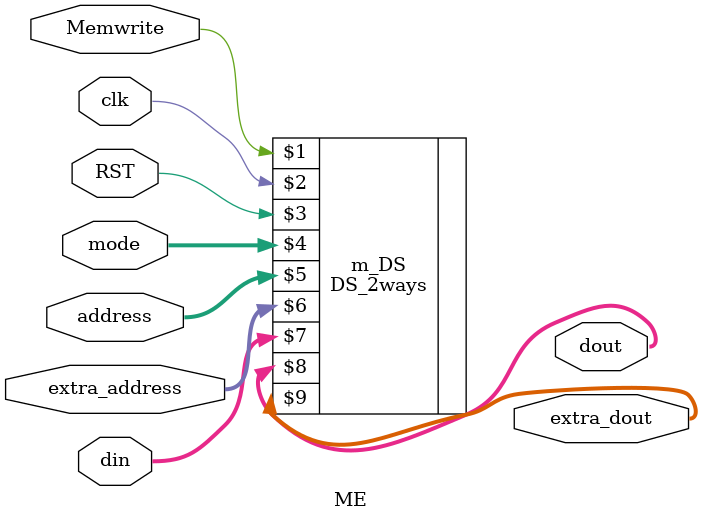
<source format=v>
`timescale 1ns / 1ps

//ME数据存储器模块
module ME(
    input       clk, RST, Memwrite,  
    input		[1:0]mode, 
    input       [11:0]  address, extra_address,
    input		[31:0] din,
    output 		[31:0]  dout, extra_dout
    );

    DS_2ways m_DS(Memwrite, clk, RST, mode, address[11:0], extra_address[11:0], din,
    			 dout, extra_dout);
endmodule

</source>
